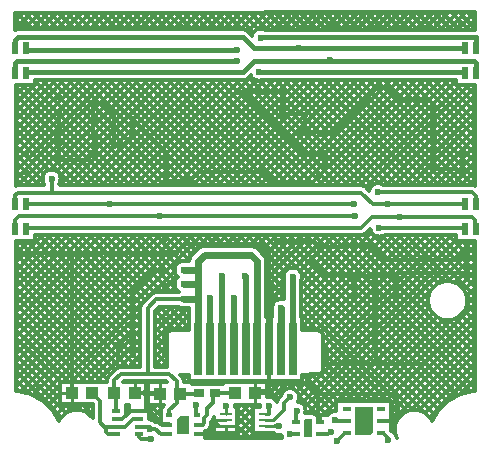
<source format=gbr>
G04 DipTrace 3.2.0.1*
G04 Top.gbr*
%MOMM*%
G04 #@! TF.FileFunction,Copper,L1,Top*
G04 #@! TF.Part,Single*
%AMOUTLINE0*
4,1,5,
-0.75,1.2,
0.75,1.2,
0.75,-0.95,
0.5,-1.2,
-0.75,-1.2,
-0.75,1.2,
0*%
%AMOUTLINE3*
4,1,5,
0.525,0.75,
0.525,-0.75,
-0.525,-0.75,
-0.525,0.45,
-0.225,0.75,
0.525,0.75,
0*%
%AMOUTLINE6*
4,1,5,
0.35,0.8,
0.35,-0.8,
-0.35,-0.8,
-0.35,0.6,
-0.15,0.8,
0.35,0.8,
0*%
G04 #@! TA.AperFunction,CopperBalancing*
%ADD10C,0.25*%
G04 #@! TA.AperFunction,Conductor*
%ADD15C,0.5*%
G04 #@! TA.AperFunction,CopperBalancing*
%ADD16C,0.3*%
G04 #@! TA.AperFunction,ViaPad*
%ADD17C,0.6*%
G04 #@! TA.AperFunction,Conductor*
%ADD19C,0.4*%
%ADD21R,1.1X1.0*%
%ADD25R,0.9X0.7*%
%ADD27R,0.7X4.5*%
%ADD29R,0.6X1.0*%
%ADD30R,0.8X0.4*%
%ADD33R,0.7X0.35*%
%ADD35R,1.0X0.25*%
%ADD38R,0.55X0.4*%
%ADD67OUTLINE0*%
%ADD70OUTLINE3*%
%ADD73OUTLINE6*%
%FSLAX35Y35*%
G04*
G71*
G90*
G75*
G01*
G04 Top*
%LPD*%
X400000Y-1560000D2*
D15*
Y-947000D1*
X0Y-1560000D2*
Y-944000D1*
X-1000D1*
X-100000Y-1560000D2*
Y-1127000D1*
X-98000D1*
X-200000Y-1560000D2*
Y-946000D1*
D16*
X-201000Y-945000D1*
X-300000Y-1560000D2*
D15*
Y-1128000D1*
D16*
X-301000Y-1127000D1*
X-400000Y-1560000D2*
D17*
Y-1140000D1*
Y-1008000D1*
Y-889000D1*
Y-817000D1*
X-346000Y-763000D1*
X45000D1*
X100000Y-818000D1*
Y-1560000D1*
X-523000Y-889000D2*
X-400000D1*
X-524000Y-1008000D2*
X-400000D1*
X-522000Y-1140000D2*
X-400000D1*
X1950000Y775000D2*
D19*
Y862000D1*
X1931000Y881000D1*
X713000D1*
X74000D1*
X-24000Y783000D1*
X-1852000D1*
X-1860000Y775000D1*
X713000Y887000D2*
Y881000D1*
X-1860000Y-545000D2*
D16*
Y-533000D1*
X981000D1*
X1073000Y-441000D1*
X1310000D1*
X1917000D1*
X1945000Y-469000D1*
Y-540000D1*
X1950000Y-545000D1*
X1310000Y-438000D2*
Y-441000D1*
X855000Y-2170000D2*
X763000D1*
X756000Y-2163000D1*
X430000Y-2180000D2*
Y-2083000D1*
X432000Y-2081000D1*
X-645000Y-2120000D2*
Y-2077000D1*
X-584000Y-2016000D1*
Y-1969000D1*
X-553000Y-1938000D1*
X-1097500Y-2087500D2*
Y-1948500D1*
X-1110000Y-1936000D1*
Y-1826000D1*
X-1056000Y-1772000D1*
X-829000D1*
X-646000D1*
X-584000Y-1834000D1*
Y-1907000D1*
X-553000Y-1938000D1*
X-522000Y-1140000D2*
X-756000D1*
X-829000Y-1213000D1*
Y-1772000D1*
X-553000Y-1938000D2*
X-395000D1*
X-390000Y-1933000D1*
X-168000Y-2109000D2*
D10*
Y-2062500D1*
D16*
X-165000D1*
Y-2045000D1*
X198000Y-996000D2*
D17*
Y-1116000D1*
D16*
D3*
D17*
X199000Y-1229000D1*
X200000Y-1560000D2*
Y-1229000D1*
X199000D1*
X198000Y-996000D2*
D16*
Y-733000D1*
X135000Y-670000D1*
X-512000D1*
X-591000Y-749000D1*
X-686000D1*
X-1473000D1*
X-1924000D1*
X-1473000Y-1932000D2*
Y-749000D1*
X-902500Y-2087500D2*
X-839543D1*
X-811500D1*
X-702000Y-2197000D1*
X-648000D1*
X-645000Y-2200000D1*
X-1097500Y-2152500D2*
X-1044500D1*
X-976000Y-2084000D1*
X-906000D1*
X-902500Y-2087500D1*
X-940000Y-1936000D2*
X-839543D1*
X-725000D1*
X-723000Y-1938000D1*
X-839543Y-2087500D2*
Y-1936000D1*
X-840000D2*
X-839543D1*
X-840000D2*
Y-1861000D1*
X-838000Y-1859000D1*
X-168000Y-2209000D2*
D10*
X-226000D1*
X-269000Y-2166000D1*
Y-2181000D1*
X-247000Y-2159000D1*
X-168000D1*
X-267000Y-2179000D2*
D16*
X-269000Y-2181000D1*
X200000Y-1560000D2*
Y-1855000D1*
Y-1915000D1*
X104000D1*
X84000Y-1935000D1*
X199000Y-1855000D2*
X200000D1*
X-415000Y-2280000D2*
X-321000D1*
X-268000Y-2227000D1*
Y-2180000D1*
X1145000Y-2170000D2*
X1220000D1*
X1280000Y-2110000D1*
Y-2065000D1*
Y-1986000D1*
X1237000Y-1943000D1*
X617000D1*
Y-2168000D1*
X630000Y-2181000D1*
X199000Y-1855000D2*
X529000D1*
X617000Y-1943000D1*
X1282000Y-2065000D2*
X1280000D1*
X-1576000Y314000D2*
Y176000D1*
Y44000D1*
X-1343000D1*
X-1289000Y98000D1*
X-1295000Y511000D2*
Y368000D1*
Y247000D1*
X-1286000Y238000D1*
Y101000D1*
X-1289000Y98000D1*
X-1295000Y511000D2*
X-1181000D1*
X-1112000Y442000D1*
Y310000D1*
X-1113000Y309000D1*
Y161000D1*
X-1114000Y160000D1*
X-1045000D1*
X-955000Y250000D1*
Y391000D2*
Y250000D1*
X-661000Y-140000D2*
X-481000D1*
X-477000Y-136000D1*
X151000Y-57000D2*
X252000Y-158000D1*
X559000D1*
X620000Y-97000D1*
X-60000Y614000D2*
X-25000D1*
X155000Y434000D1*
Y421000D1*
X282000Y294000D1*
X283000D1*
X476000Y101000D1*
X669000D1*
X673000Y97000D1*
Y-44000D1*
X620000Y-97000D1*
X-25000Y614000D2*
X138000D1*
X309000D1*
X313000Y610000D1*
Y434000D1*
X309000Y430000D1*
X497000D1*
X506000Y421000D1*
Y311000D1*
X471000Y276000D1*
X642000D1*
X655000Y263000D1*
X721000D1*
X1121000Y663000D1*
X1195000D1*
X1305000Y553000D1*
X1550000D1*
X1590000Y513000D1*
Y387000D1*
X1595000Y382000D1*
Y241000D1*
Y114000D1*
X1599000Y110000D1*
Y-35000D1*
X1784000D1*
X1832000Y-83000D1*
Y83000D1*
X151000Y-57000D2*
X-398000D1*
X-477000Y-136000D1*
X-661000Y-140000D2*
Y97000D1*
X-955000Y391000D1*
X-1576000Y314000D2*
Y441000D1*
X-1582000Y447000D1*
X-686000Y-1613000D2*
Y-1459000D1*
X-953000Y-1608000D2*
Y-1446000D1*
X-998000D1*
X-1081000Y-1529000D1*
Y-1651000D1*
X-1109000Y-1679000D1*
X-953000Y-1446000D2*
Y-1062000D1*
X-786000Y-895000D1*
X-693000D1*
X-686000Y-902000D1*
X267000Y-647000D2*
X578000D1*
X627000Y-696000D1*
X811000D1*
X820000Y-687000D1*
X1005000D1*
X1025000Y-667000D1*
X1032000D1*
X1175000Y-810000D1*
X1032000Y-667000D2*
X1042000D1*
X1013000Y-696000D1*
X1175000Y-810000D2*
X1799000D1*
X1874000Y-735000D1*
Y-909000D1*
X1879000Y-914000D1*
X1282000D1*
X1259000Y-937000D1*
X1070000D1*
X1066000Y-941000D1*
X894000D1*
X890000Y-937000D1*
X723000D1*
X679000D1*
X578000Y-836000D1*
X916000Y-1126000D2*
Y-963000D1*
X894000Y-941000D1*
X1101000Y-1121000D2*
Y-976000D1*
X1066000Y-941000D1*
X1267000Y-1108000D2*
Y-945000D1*
X1259000Y-937000D1*
X688000Y-1683000D2*
Y-1569000D1*
X692000Y-1565000D1*
X688000Y-1683000D2*
X1101000D1*
X1526000D1*
X1741000Y-1898000D1*
X1101000Y-1121000D2*
Y-1683000D1*
X115000Y788000D2*
D19*
X1847000D1*
X1860000Y775000D1*
X-1950000D2*
Y863000D1*
X-1934000Y879000D1*
X-75000D1*
X-72000Y876000D1*
X923000Y-437000D2*
D16*
X-723000D1*
X-1921000D1*
X-1950000Y-466000D1*
Y-545000D1*
X1132000Y-531000D2*
X1846000D1*
X1860000Y-545000D1*
X-723000Y-437000D2*
D3*
X1860000Y985000D2*
D19*
X452000D1*
X71000D1*
X-24000Y1080000D1*
X-1924000D1*
X-1950000Y1054000D1*
Y985000D1*
X452000Y989000D2*
Y985000D1*
X-1950000Y-335000D2*
D16*
Y-259000D1*
X-1926000Y-235000D1*
X-1643000D1*
X977000D1*
X1077000Y-335000D1*
X1209000D1*
X1860000D1*
X-1643000Y-118000D2*
Y-235000D1*
X-1860000Y985000D2*
D19*
Y969000D1*
X-74000D1*
X129000Y1077000D2*
Y1078000D1*
X1950000D1*
Y985000D1*
Y-335000D2*
D16*
Y-264000D1*
X1918000Y-232000D1*
X1122000D1*
X-1860000Y-335000D2*
X-1144000D1*
Y-334000D1*
X918000D1*
X300000Y-1560000D2*
D17*
Y-1212000D1*
D16*
D3*
X-809000Y-2235000D2*
Y-2217500D1*
X-902500D1*
X286000Y-2213000D2*
X253000D1*
X249000Y-2209000D1*
D10*
X162000D1*
X630000Y-2280000D2*
D16*
X700000D1*
X722000Y-2258000D1*
X1207000Y-2331000D2*
Y-2313000D1*
X1164000Y-2270000D1*
X1145000D1*
X-809000Y-2235000D2*
X-765000D1*
X-717000Y-2283000D1*
X-648000D1*
X-645000Y-2280000D1*
X-902500Y-2282500D2*
Y-2305500D1*
X-885000Y-2323000D1*
X-803000D1*
X380000Y-2281000D2*
Y-2280000D1*
X430000D1*
X776000Y-2335000D2*
X841000Y-2270000D1*
X855000D1*
X197000Y-2041000D2*
Y-2109000D1*
D10*
X162000D1*
X-420000Y-2034000D2*
D16*
Y-2115000D1*
X-415000Y-2120000D1*
X-260000Y-1933000D2*
X-88000D1*
X-86000Y-1935000D1*
X-415000Y-2200000D2*
X-364000D1*
X-350000Y-2186000D1*
Y-2145000D1*
X-323000Y-2118000D1*
Y-2058000D1*
X-279000Y-2014000D1*
Y-1952000D1*
X-260000Y-1933000D1*
X-1097500Y-2217500D2*
X-1020500D1*
X-954000Y-2151000D1*
X-904000D1*
X-902500Y-2152500D1*
X-1097500Y-2217500D2*
X-1185000D1*
Y-2266000D1*
X-1168500Y-2282500D1*
X-1097500D1*
X-1185000Y-2217500D2*
X-1194500D1*
X-1234000Y-2178000D1*
Y-2001000D1*
X-1303000Y-1932000D1*
X162000Y-2159000D2*
D10*
X245000D1*
D16*
X327000Y-2077000D1*
Y-2017000D1*
X377000Y-1967000D1*
D17*
X129000Y1077000D3*
X452000Y989000D3*
X-74000Y969000D3*
X713000Y887000D3*
X-72000Y876000D3*
X115000Y788000D3*
X-1643000Y-118000D3*
X1122000Y-232000D3*
X1209000Y-333000D3*
X-1144000Y-334000D3*
X918000D3*
X-723000Y-437000D3*
X923000D3*
X1310000Y-438000D3*
X1132000Y-531000D3*
X-1924000Y-749000D3*
X-686000D3*
X-591000D3*
X-523000Y-889000D3*
X-1000Y-944000D3*
X-201000Y-945000D3*
X400000Y-947000D3*
X198000Y-996000D3*
X-524000Y-1008000D3*
X198000Y-1116000D3*
X-301000Y-1127000D3*
X-98000D3*
X-522000Y-1140000D3*
X300000Y-1212000D3*
X199000Y-1229000D3*
Y-1855000D3*
X-838000Y-1859000D3*
X-840000Y-1936000D3*
X377000Y-1967000D3*
X-420000Y-2034000D3*
X197000Y-2041000D3*
X-165000Y-2045000D3*
X1282000Y-2065000D3*
X432000Y-2081000D3*
X756000Y-2163000D3*
X-267000Y-2179000D3*
X286000Y-2213000D3*
X-809000Y-2235000D3*
X722000Y-2258000D3*
X380000Y-2281000D3*
X-803000Y-2323000D3*
X1207000Y-2331000D3*
X776000Y-2335000D3*
X-1576000Y575000D3*
X-1582000Y447000D3*
X-1576000Y314000D3*
Y176000D3*
Y44000D3*
X-1295000Y511000D3*
Y368000D3*
X-1286000Y238000D3*
X-1289000Y98000D3*
X-1112000Y442000D3*
X-1113000Y309000D3*
X-1114000Y160000D3*
X-955000Y250000D3*
Y391000D3*
X1590000Y513000D3*
X1595000Y382000D3*
Y241000D3*
X1599000Y110000D3*
Y-35000D3*
X1305000Y553000D3*
X1121000Y663000D3*
X-60000Y614000D3*
X138000D3*
X313000Y610000D3*
X155000Y434000D3*
X309000Y430000D3*
X506000Y421000D3*
X282000Y294000D3*
X471000Y276000D3*
X655000Y263000D3*
X476000Y101000D3*
X673000Y97000D3*
X620000Y-97000D3*
X151000Y-57000D3*
X252000Y-158000D3*
X-477000Y-136000D3*
X-661000Y-140000D3*
X1832000Y83000D3*
Y-83000D3*
X-1859000Y92000D3*
Y-57000D3*
X1121000Y1163000D3*
X923000D3*
X739000D3*
X559000D3*
X1823000Y1189000D3*
X-209000Y1181000D3*
X-363000Y1172000D3*
X-551000D3*
X-1881000Y1189000D3*
X-1763000D3*
X267000Y-647000D3*
X-681000Y-625000D3*
X-686000Y-902000D3*
Y-1029000D3*
X627000Y-696000D3*
X820000Y-687000D3*
X1013000Y-696000D3*
X1175000Y-810000D3*
X1259000Y-937000D3*
X1267000Y-1108000D3*
X1101000Y-1121000D3*
X916000Y-1126000D3*
X1066000Y-941000D3*
X890000Y-937000D3*
X723000D3*
X-686000Y-1310000D3*
Y-1459000D3*
Y-1613000D3*
X-953000Y-1446000D3*
Y-1608000D3*
X-1081000Y-1529000D3*
X-1752000Y-1881000D3*
X1741000Y-1898000D3*
X578000Y-836000D3*
X692000Y-1565000D3*
X688000Y-1683000D3*
X1874000Y-735000D3*
X1879000Y-914000D3*
X-1109000Y-1679000D3*
X-1883327Y1285963D2*
D16*
X-1945790Y1223500D1*
X-1812533Y1286047D2*
X-1945720Y1152860D1*
X-1741780Y1286087D2*
X-1879567Y1148300D1*
X-1673557Y1283603D2*
X-1808857Y1148300D1*
X-1600193Y1286253D2*
X-1738147Y1148300D1*
X-1529400Y1286337D2*
X-1667433Y1148300D1*
X-1458647Y1286377D2*
X-1596723Y1148300D1*
X-1387853Y1286460D2*
X-1526013Y1148300D1*
X-1317060Y1286543D2*
X-1455303Y1148300D1*
X-1926940Y676663D2*
X-1945277Y658327D1*
X-1246267Y1286627D2*
X-1384593Y1148300D1*
X-1856230Y676663D2*
X-1945210Y587683D1*
X-1175513Y1286667D2*
X-1313880Y1148300D1*
X-1747483Y714700D2*
X-1945140Y517043D1*
X-1104720Y1286750D2*
X-1243170Y1148300D1*
X-1676773Y714700D2*
X-1945070Y446400D1*
X-1033927Y1286833D2*
X-1172460Y1148300D1*
X-1606063Y714700D2*
X-1945003Y375760D1*
X-963133Y1286917D2*
X-1101750Y1148300D1*
X-1535353Y714700D2*
X-1944933Y305117D1*
X-892383Y1286957D2*
X-1031040Y1148300D1*
X-1464640Y714700D2*
X-1944907Y234433D1*
X-821590Y1287040D2*
X-960327Y1148300D1*
X-1393930Y714700D2*
X-1944837Y163793D1*
X-750797Y1287123D2*
X-889617Y1148300D1*
X-1323220Y714700D2*
X-1944767Y93150D1*
X-680000Y1287207D2*
X-818907Y1148300D1*
X-1252510Y714700D2*
X-1944697Y22510D1*
X-609250Y1287247D2*
X-748197Y1148300D1*
X-1181800Y714700D2*
X-1944630Y-48133D1*
X-538457Y1287330D2*
X-677487Y1148300D1*
X-1111087Y714700D2*
X-1944560Y-118773D1*
X-467663Y1287413D2*
X-606773Y1148300D1*
X-1040377Y714700D2*
X-1926840Y-171763D1*
X-396870Y1287497D2*
X-536063Y1148300D1*
X-969667Y714700D2*
X-1856047Y-171683D1*
X-326117Y1287537D2*
X-465353Y1148300D1*
X-898957Y714700D2*
X-1654577Y-40923D1*
X-1720097Y-106443D2*
X-1785337Y-171683D1*
X-255323Y1287620D2*
X-394643Y1148300D1*
X-828247Y714700D2*
X-1596710Y-53767D1*
X-184530Y1287703D2*
X-323933Y1148300D1*
X-757533Y714700D2*
X-1567513Y-95280D1*
X-113737Y1287787D2*
X-253220Y1148300D1*
X-686823Y714700D2*
X-1573203Y-171683D1*
X-42983Y1287827D2*
X-182510Y1148300D1*
X-616113Y714700D2*
X-1502493Y-171683D1*
X27810Y1287910D2*
X-111800Y1148300D1*
X-545403Y714700D2*
X-1431783Y-171683D1*
X-1903420Y-643320D2*
X-1944050Y-683947D1*
X98603Y1287993D2*
X-41090Y1148300D1*
X-474693Y714700D2*
X-1361073Y-171683D1*
X-1832710Y-643320D2*
X-1943980Y-754590D1*
X169357Y1288033D2*
X17027Y1135707D1*
X-403980Y714700D2*
X-1290363Y-171683D1*
X-1715017Y-596337D2*
X-1943910Y-825230D1*
X240150Y1288117D2*
X101243Y1149213D1*
X-333270Y714700D2*
X-1219650Y-171683D1*
X-1644303Y-596337D2*
X-1943840Y-895873D1*
X310943Y1288200D2*
X169053Y1146313D1*
X-262560Y714700D2*
X-1148940Y-171683D1*
X-1573593Y-596337D2*
X-1943773Y-966513D1*
X381737Y1288283D2*
X239763Y1146313D1*
X-191850Y714700D2*
X-1078230Y-171683D1*
X-1502883Y-596337D2*
X-1943703Y-1037157D1*
X452487Y1288323D2*
X310477Y1146313D1*
X-121140Y714700D2*
X-1007520Y-171683D1*
X-1432173Y-596337D2*
X-1943633Y-1107797D1*
X523280Y1288407D2*
X381187Y1146313D1*
X-50427Y714700D2*
X-936807Y-171683D1*
X-1361463Y-596337D2*
X-1943567Y-1178440D1*
X594077Y1288490D2*
X451897Y1146313D1*
X49367Y743783D2*
X-866097Y-171683D1*
X-1290750Y-596337D2*
X-1943497Y-1249080D1*
X664870Y1288573D2*
X522607Y1146313D1*
X89627Y713330D2*
X-795387Y-171683D1*
X-1220040Y-596337D2*
X-1943427Y-1319723D1*
X735620Y1288617D2*
X593317Y1146313D1*
X166677Y719670D2*
X-724677Y-171683D1*
X-1149330Y-596337D2*
X-1943357Y-1390363D1*
X806413Y1288697D2*
X664030Y1146313D1*
X237387Y719670D2*
X-653967Y-171683D1*
X-1078620Y-596337D2*
X-1943330Y-1461047D1*
X877207Y1288780D2*
X734740Y1146313D1*
X308097Y719670D2*
X-583253Y-171683D1*
X-1007910Y-596337D2*
X-1943260Y-1531690D1*
X948000Y1288863D2*
X805450Y1146313D1*
X378807Y719670D2*
X-512543Y-171683D1*
X-937197Y-596337D2*
X-1943193Y-1602330D1*
X1018753Y1288907D2*
X876160Y1146313D1*
X449520Y719670D2*
X-441833Y-171683D1*
X-866487Y-596337D2*
X-1943123Y-1672973D1*
X1089547Y1288987D2*
X946873Y1146313D1*
X520230Y719670D2*
X-371123Y-171683D1*
X-795777Y-596337D2*
X-1943053Y-1743613D1*
X1160340Y1289070D2*
X1017583Y1146313D1*
X590940Y719670D2*
X-300413Y-171683D1*
X-725067Y-596337D2*
X-1942987Y-1814257D1*
X1231133Y1289153D2*
X1088293Y1146313D1*
X661650Y719670D2*
X-229700Y-171683D1*
X-654357Y-596337D2*
X-1942917Y-1884897D1*
X1301887Y1289197D2*
X1159003Y1146313D1*
X732360Y719670D2*
X-158990Y-171683D1*
X-583643Y-596337D2*
X-1904317Y-1917007D1*
X1372680Y1289277D2*
X1229713Y1146313D1*
X803073Y719670D2*
X-88280Y-171683D1*
X-512933Y-596337D2*
X-1848273Y-1931673D1*
X1443473Y1289360D2*
X1300427Y1146313D1*
X873783Y719670D2*
X-17570Y-171683D1*
X-442223Y-596337D2*
X-1796080Y-1950193D1*
X1514267Y1289443D2*
X1371137Y1146313D1*
X944493Y719670D2*
X53140Y-171683D1*
X-371513Y-596337D2*
X-1751100Y-1975923D1*
X1585020Y1289487D2*
X1441847Y1146313D1*
X1015203Y719670D2*
X123853Y-171683D1*
X-300800Y-596337D2*
X-515153Y-810690D1*
X-601100Y-896633D2*
X-1538153Y-1833687D1*
X-1576330Y-1871863D2*
X-1707197Y-2002730D1*
X1655813Y1289567D2*
X1512557Y1146313D1*
X1085913Y719670D2*
X194563Y-171683D1*
X-230090Y-596337D2*
X-318450Y-684693D1*
X-578867Y-945110D2*
X-710437Y-1076683D1*
X-892340Y-1258587D2*
X-1467443Y-1833687D1*
X-1576300Y-1942547D2*
X-1671827Y-2038070D1*
X1726607Y1289650D2*
X1583267Y1146313D1*
X1156627Y719670D2*
X265273Y-171683D1*
X-159380Y-596337D2*
X-247737Y-684693D1*
X-598103Y-1035060D2*
X-639727Y-1076683D1*
X-892313Y-1329267D2*
X-1396730Y-1833687D1*
X-1576313Y-2013270D2*
X-1636500Y-2073453D1*
X1797400Y1289733D2*
X1653980Y1146313D1*
X1227337Y719670D2*
X335983Y-171683D1*
X-88670Y-596337D2*
X-177027Y-684693D1*
X-695650Y-1203313D2*
X-765693Y-1273360D1*
X-892327Y-1399993D2*
X-1326020Y-1833687D1*
X-1522673Y-2030340D2*
X-1608670Y-2116337D1*
X1868153Y1289777D2*
X1724690Y1146313D1*
X1298047Y719670D2*
X406693Y-171683D1*
X-17960Y-596337D2*
X-106317Y-684693D1*
X-624937Y-1203313D2*
X-765667Y-1344043D1*
X-892340Y-1470717D2*
X-1255310Y-1833687D1*
X-1451963Y-2030340D2*
X-1527727Y-2106103D1*
X-1563913Y-2142290D2*
X-1582913Y-2161290D1*
X1938947Y1289857D2*
X1795400Y1146313D1*
X1368757Y719670D2*
X477407Y-171683D1*
X52753Y-596337D2*
X-35607Y-684693D1*
X-560153Y-1209240D2*
X-765680Y-1414767D1*
X-892313Y-1541400D2*
X-1059890Y-1708977D1*
X-1173017Y-1822103D2*
X-1188577Y-1837663D1*
X-1381253Y-2030340D2*
X-1423497Y-2072583D1*
X1943857Y1224060D2*
X1866107Y1146310D1*
X1439463Y719667D2*
X548113Y-171687D1*
X123460Y-596340D2*
X35100Y-684697D1*
X-498520Y-1218317D2*
X-765697Y-1485497D1*
X-892330Y-1612130D2*
X-988893Y-1708690D1*
X-1310503Y-2030303D2*
X-1365137Y-2084933D1*
X1510190Y719680D2*
X618837Y-171673D1*
X194183Y-596327D2*
X91530Y-698977D1*
X-478343Y-1268850D2*
X-607180Y-1397687D1*
X-671250Y-1461757D2*
X-765697Y-1556207D1*
X-892330Y-1682840D2*
X-918167Y-1708677D1*
X-1297330Y-2087837D2*
X-1321137Y-2111643D1*
X1580913Y719693D2*
X689560Y-171657D1*
X264907Y-596313D2*
X127617Y-733600D1*
X-483313Y-1344533D2*
X-536580Y-1397797D1*
X-670753Y-1531970D2*
X-765697Y-1626917D1*
X1651597Y719667D2*
X760243Y-171687D1*
X335590Y-596340D2*
X162503Y-769427D1*
X-670257Y-1602187D2*
X-765697Y-1697627D1*
X1722320Y719680D2*
X830970Y-171673D1*
X406317Y-596327D2*
X178330Y-824310D1*
X-669757Y-1672400D2*
X-706037Y-1708677D1*
X1781693Y708340D2*
X901693Y-171657D1*
X477040Y-596313D2*
X178330Y-895020D1*
X-985800Y-2059153D2*
X-1014167Y-2087517D1*
X1820723Y676660D2*
X972377Y-171687D1*
X547723Y-596340D2*
X178330Y-965730D1*
X1891447Y676673D2*
X1023793Y-190980D1*
X618447Y-596327D2*
X178330Y-1036440D1*
X1943693Y658210D2*
X1131433Y-154050D1*
X689170Y-596313D2*
X415613Y-869870D1*
X322870Y-962613D2*
X178330Y-1107153D1*
X-494543Y-1780027D2*
X-524647Y-1810130D1*
X-750840Y-2036323D2*
X-819187Y-2104670D1*
X1943650Y587457D2*
X1187533Y-168660D1*
X759853Y-596340D2*
X460400Y-895793D1*
X326683Y-1029510D2*
X178330Y-1177863D1*
X-720803Y-2076997D2*
X-798553Y-2154747D1*
X1943650Y516747D2*
X1258217Y-168690D1*
X830580Y-596327D2*
X478217Y-948690D1*
X326683Y-1100223D2*
X292643Y-1134263D1*
X222273Y-1204630D2*
X178330Y-1248573D1*
X-406417Y-1833320D2*
X-422763Y-1849670D1*
X-720803Y-2147707D2*
X-746887Y-2173793D1*
X1943610Y445993D2*
X1328940Y-168677D1*
X901303Y-596313D2*
X473327Y-1024287D1*
X221693Y-1275920D2*
X210970Y-1286647D1*
X-335690Y-1833307D2*
X-352083Y-1849697D1*
X1943610Y375283D2*
X1399663Y-168660D1*
X971987Y-596340D2*
X473327Y-1095000D1*
X-265007Y-1833333D2*
X-281357Y-1849683D1*
X1943567Y304530D2*
X1470347Y-168690D1*
X1065373Y-573663D2*
X473327Y-1165710D1*
X-194283Y-1833320D2*
X-210633Y-1849670D1*
X1943567Y233820D2*
X1541073Y-168677D1*
X1104693Y-605053D2*
X473327Y-1236420D1*
X1943527Y163070D2*
X1611797Y-168660D1*
X1186150Y-594310D2*
X483313Y-1297147D1*
X1943487Y92317D2*
X1682480Y-168690D1*
X1256833Y-594337D2*
X483313Y-1367857D1*
X1943487Y21607D2*
X1753203Y-168677D1*
X1327557Y-594323D2*
X522340Y-1399537D1*
X-266333Y-2188213D2*
X-299547Y-2221427D1*
X1943443Y-49147D2*
X1823930Y-168660D1*
X1398280Y-594310D2*
X592940Y-1399650D1*
X-40737Y-2033327D2*
X-69680Y-2062270D1*
X-266333Y-2258923D2*
X-320303Y-2312893D1*
X1943443Y-119857D2*
X1894613Y-168690D1*
X1468963Y-594337D2*
X648420Y-1414883D1*
X229980Y-1833320D2*
X187323Y-1875980D1*
X29987Y-2033313D2*
X-69680Y-2132983D1*
X-206507Y-2269807D2*
X-249580Y-2312880D1*
X1539690Y-594323D2*
X660310Y-1473700D1*
X300703Y-1833307D2*
X187323Y-1946690D1*
X100670Y-2033340D2*
X85813Y-2048197D1*
X63673Y-2070340D2*
X-69680Y-2203693D1*
X-135823Y-2269833D2*
X-178853Y-2312867D1*
X1610413Y-594310D2*
X660310Y-1544413D1*
X371387Y-1833333D2*
X233727Y-1970997D1*
X63673Y-2141050D2*
X-108170Y-2312893D1*
X1681097Y-594337D2*
X660310Y-1615123D1*
X497840Y-1777593D2*
X483313Y-1792120D1*
X442113Y-1833320D2*
X386403Y-1889030D1*
X63673Y-2211760D2*
X-37447Y-2312880D1*
X1751820Y-594323D2*
X660310Y-1685833D1*
X568730Y-1777413D2*
X434050Y-1912093D1*
X76310Y-2269833D2*
X33277Y-2312867D1*
X1781693Y-635160D2*
X455263Y-1961590D1*
X147033Y-2269820D2*
X103960Y-2312893D1*
X1844257Y-643310D2*
X473783Y-2013783D1*
X217757Y-2269807D2*
X174687Y-2312880D1*
X1914940Y-643337D2*
X505643Y-2052630D1*
X268513Y-2289763D2*
X245410Y-2312867D1*
X1943277Y-685710D2*
X1614657Y-1014330D1*
X1574327Y-1054660D2*
X527313Y-2101673D1*
X1943237Y-756460D2*
X1717077Y-982620D1*
X1542630Y-1157067D2*
X591243Y-2108453D1*
X1943237Y-827170D2*
X1775330Y-995080D1*
X1555100Y-1215307D2*
X655213Y-2115193D1*
X1943197Y-897923D2*
X1819207Y-1021913D1*
X1581907Y-1259210D2*
X839420Y-2001697D1*
X1943197Y-968633D2*
X1852020Y-1059810D1*
X1619777Y-1292053D2*
X910147Y-2001683D1*
X1943153Y-1039387D2*
X1872943Y-1109597D1*
X1669577Y-1312963D2*
X980870Y-2001670D1*
X1943153Y-1110097D2*
X1874560Y-1178690D1*
X1738687Y-1314563D2*
X1051553Y-2001697D1*
X1943113Y-1180850D2*
X1122277Y-2001683D1*
X1943070Y-1251600D2*
X1193003Y-2001670D1*
X1943070Y-1322310D2*
X1233317Y-2032067D1*
X1943030Y-1393063D2*
X1233317Y-2102777D1*
X1943030Y-1463773D2*
X1233317Y-2173490D1*
X1942987Y-1534527D2*
X1402233Y-2075280D1*
X1265283Y-2212230D2*
X1233317Y-2244200D1*
X1942987Y-1605237D2*
X1471053Y-2077173D1*
X1942947Y-1675990D2*
X1520687Y-2098247D1*
X1942947Y-1746700D2*
X1558433Y-2131213D1*
X1942907Y-1817453D2*
X1820283Y-1940073D1*
X1942907Y-1888163D2*
X1915990Y-1915077D1*
X1877513Y1289777D2*
X1943873Y1223417D1*
X1806843Y1289733D2*
X1943843Y1152733D1*
X1736217Y1289650D2*
X1879557Y1146313D1*
X1665590Y1289567D2*
X1808843Y1146313D1*
X1594960Y1289487D2*
X1738133Y1146313D1*
X1524293Y1289443D2*
X1667423Y1146313D1*
X1453663Y1289360D2*
X1596713Y1146313D1*
X1383037Y1289277D2*
X1526003Y1146313D1*
X1312410Y1289197D2*
X1455290Y1146313D1*
X1924940Y676663D2*
X1943693Y657910D1*
X1241740Y1289153D2*
X1384580Y1146313D1*
X1854230Y676663D2*
X1943663Y587230D1*
X1171113Y1289070D2*
X1313870Y1146313D1*
X1740513Y719670D2*
X1943637Y516547D1*
X1100483Y1288987D2*
X1243160Y1146313D1*
X1669800Y719670D2*
X1943610Y445863D1*
X1029813Y1288947D2*
X1172450Y1146313D1*
X1599090Y719670D2*
X1943583Y375180D1*
X959187Y1288863D2*
X1101737Y1146313D1*
X1528380Y719670D2*
X1943553Y304497D1*
X888560Y1288780D2*
X1031027Y1146313D1*
X1457670Y719670D2*
X1943567Y233773D1*
X817930Y1288697D2*
X960317Y1146313D1*
X1386960Y719670D2*
X1943540Y163090D1*
X747263Y1288657D2*
X889607Y1146313D1*
X1316247Y719670D2*
X1943513Y92407D1*
X676633Y1288573D2*
X818897Y1146313D1*
X1245537Y719670D2*
X1943487Y21723D1*
X606007Y1288490D2*
X748183Y1146313D1*
X1174827Y719670D2*
X1943457Y-48960D1*
X535380Y1288407D2*
X677473Y1146313D1*
X1104117Y719670D2*
X1943430Y-119643D1*
X464710Y1288367D2*
X606763Y1146313D1*
X1033407Y719670D2*
X1922063Y-168990D1*
X394080Y1288283D2*
X536053Y1146313D1*
X962693Y719670D2*
X1851063Y-168700D1*
X323453Y1288200D2*
X465343Y1146313D1*
X891983Y719670D2*
X1780353Y-168700D1*
X252827Y1288117D2*
X394630Y1146313D1*
X821273Y719670D2*
X1709643Y-168700D1*
X182157Y1288077D2*
X323920Y1146313D1*
X750563Y719670D2*
X1638933Y-168700D1*
X111530Y1287993D2*
X253210Y1146313D1*
X679853Y719670D2*
X1568220Y-168700D1*
X40900Y1287910D2*
X182500Y1146313D1*
X609140Y719670D2*
X1497510Y-168700D1*
X-29727Y1287827D2*
X105780Y1152320D1*
X538430Y719670D2*
X1426800Y-168700D1*
X1901420Y-643320D2*
X1943250Y-685150D1*
X-100397Y1287787D2*
X64487Y1122903D1*
X467720Y719670D2*
X1356090Y-168700D1*
X1830710Y-643320D2*
X1943223Y-755833D1*
X-171023Y1287703D2*
X-31620Y1148300D1*
X397010Y719670D2*
X1285380Y-168700D1*
X1710987Y-594307D2*
X1943237Y-826557D1*
X-241650Y1287620D2*
X-102333Y1148300D1*
X326300Y719670D2*
X1214667Y-168700D1*
X1640273Y-594307D2*
X1943210Y-897240D1*
X-312320Y1287580D2*
X-173043Y1148300D1*
X255587Y719670D2*
X1129540Y-154280D1*
X1569563Y-594307D2*
X1943180Y-967923D1*
X-382950Y1287497D2*
X-243753Y1148300D1*
X184877Y719670D2*
X1073743Y-169197D1*
X1498853Y-594307D2*
X1943153Y-1038607D1*
X-453577Y1287413D2*
X-314463Y1148300D1*
X123863Y709977D2*
X1045833Y-211997D1*
X1428143Y-594307D2*
X1943127Y-1109290D1*
X-524203Y1287330D2*
X-385173Y1148300D1*
X27007Y736120D2*
X934807Y-171683D1*
X1357430Y-594307D2*
X1751557Y-988433D1*
X1871603Y-1108477D2*
X1943100Y-1179973D1*
X-594873Y1287290D2*
X-455887Y1148300D1*
X-22283Y714700D2*
X864097Y-171683D1*
X1286720Y-594307D2*
X1677740Y-985323D1*
X1874683Y-1182267D2*
X1943070Y-1250657D1*
X-665500Y1287207D2*
X-526597Y1148300D1*
X-92993Y714700D2*
X793387Y-171683D1*
X1216010Y-594307D2*
X1625963Y-1004260D1*
X1855720Y-1234017D2*
X1943083Y-1321380D1*
X-736130Y1287123D2*
X-597307Y1148300D1*
X-163703Y714700D2*
X722677Y-171683D1*
X1156860Y-605863D2*
X1586533Y-1035540D1*
X1824453Y-1273460D2*
X1943057Y-1392063D1*
X-806757Y1287040D2*
X-668017Y1148300D1*
X-234413Y714700D2*
X651967Y-171683D1*
X1042520Y-562237D2*
X1558127Y-1077843D1*
X1782167Y-1301883D2*
X1943030Y-1462747D1*
X-877427Y1287000D2*
X-738730Y1148300D1*
X-305127Y714700D2*
X581253Y-171683D1*
X1002677Y-593103D2*
X1543183Y-1133610D1*
X1726410Y-1316840D2*
X1943003Y-1533430D1*
X-948053Y1286917D2*
X-809440Y1148300D1*
X-375837Y714700D2*
X510543Y-171683D1*
X935197Y-596337D2*
X1559353Y-1220493D1*
X1639543Y-1300680D2*
X1942973Y-1604113D1*
X-1018683Y1286833D2*
X-880150Y1148300D1*
X-446547Y714700D2*
X439833Y-171683D1*
X864487Y-596337D2*
X1942947Y-1674793D1*
X-1089310Y1286750D2*
X-950860Y1148300D1*
X-517257Y714700D2*
X369123Y-171683D1*
X793777Y-596337D2*
X1942920Y-1745477D1*
X-1159980Y1286710D2*
X-1021570Y1148300D1*
X-587967Y714700D2*
X298413Y-171683D1*
X723067Y-596337D2*
X1942933Y-1816203D1*
X-1230607Y1286627D2*
X-1092283Y1148300D1*
X-658680Y714700D2*
X227700Y-171683D1*
X652357Y-596337D2*
X1942907Y-1886887D1*
X-1301233Y1286543D2*
X-1162993Y1148300D1*
X-729390Y714700D2*
X156990Y-171683D1*
X581643Y-596337D2*
X1902730Y-1917420D1*
X-1371863Y1286460D2*
X-1233703Y1148300D1*
X-800100Y714700D2*
X86280Y-171683D1*
X510933Y-596337D2*
X1846687Y-1932087D1*
X-1442530Y1286420D2*
X-1304413Y1148300D1*
X-870810Y714700D2*
X15570Y-171683D1*
X440223Y-596337D2*
X1794787Y-1950897D1*
X-1513160Y1286337D2*
X-1375123Y1148300D1*
X-941520Y714700D2*
X-55140Y-171683D1*
X369513Y-596337D2*
X1749847Y-1976670D1*
X-1583787Y1286253D2*
X-1445837Y1148300D1*
X-1012233Y714700D2*
X-125853Y-171683D1*
X298800Y-596337D2*
X1706190Y-2003723D1*
X-1654250Y1286003D2*
X-1516547Y1148300D1*
X-1082943Y714700D2*
X-196563Y-171683D1*
X228090Y-596337D2*
X1670863Y-2039107D1*
X-1725083Y1286130D2*
X-1587257Y1148300D1*
X-1153653Y714700D2*
X-267273Y-171683D1*
X157380Y-596337D2*
X1635493Y-2074450D1*
X-1795713Y1286047D2*
X-1657967Y1148300D1*
X-1224363Y714700D2*
X-337983Y-171683D1*
X86670Y-596337D2*
X365987Y-875653D1*
X473313Y-982980D2*
X1607953Y-2117620D1*
X-1866340Y1285963D2*
X-1728677Y1148300D1*
X-1295077Y714700D2*
X-408693Y-171683D1*
X15960Y-596337D2*
X329957Y-910333D1*
X473327Y-1053703D2*
X1520630Y-2101007D1*
X1568957Y-2149333D2*
X1582203Y-2162580D1*
X-1937010Y1285923D2*
X-1799390Y1148300D1*
X-1365787Y714700D2*
X-479407Y-171683D1*
X-54753Y-596337D2*
X33607Y-684693D1*
X178303Y-829390D2*
X326697Y-977783D1*
X473340Y-1124427D2*
X1421580Y-2072667D1*
X-1945817Y1224020D2*
X-1870137Y1148340D1*
X-1436493Y714693D2*
X-550113Y-171687D1*
X-125460Y-596340D2*
X-37100Y-684697D1*
X178320Y-900120D2*
X326673Y-1048470D1*
X473317Y-1195117D2*
X1363717Y-2085513D1*
X-1507177Y714667D2*
X-620837Y-171673D1*
X-196183Y-596327D2*
X-107827Y-684683D1*
X178320Y-970830D2*
X326673Y-1119180D1*
X473317Y-1265827D2*
X607167Y-1399677D1*
X660340Y-1452850D2*
X1209177Y-2001683D1*
X1233307Y-2025813D2*
X1320047Y-2112557D1*
X-1577900Y714680D2*
X-691560Y-171657D1*
X-266907Y-596313D2*
X-178550Y-684670D1*
X178320Y-1041540D2*
X274220Y-1137440D1*
X483303Y-1346523D2*
X536360Y-1399580D1*
X660340Y-1523560D2*
X1138450Y-2001670D1*
X1233307Y-2096523D2*
X1287440Y-2150660D1*
X-1648623Y714693D2*
X-762243Y-171687D1*
X-337590Y-596340D2*
X-249233Y-684697D1*
X178320Y-1112250D2*
X234157Y-1168087D1*
X660340Y-1594270D2*
X1067767Y-2001697D1*
X1233307Y-2167237D2*
X1266767Y-2200697D1*
X-1719307Y714667D2*
X-832970Y-171673D1*
X-408317Y-596327D2*
X-319957Y-684683D1*
X178320Y-1182963D2*
X221683Y-1226323D1*
X660340Y-1664983D2*
X997043Y-2001683D1*
X1233307Y-2237947D2*
X1265770Y-2270413D1*
X-1781663Y706310D2*
X-903693Y-171657D1*
X-479040Y-596313D2*
X-382477Y-692873D1*
X178320Y-1253673D2*
X211327Y-1286677D1*
X660133Y-1735487D2*
X926320Y-2001670D1*
X-1822723Y676660D2*
X-974377Y-171687D1*
X-549723Y-596340D2*
X-420553Y-725507D1*
X628853Y-1774917D2*
X855637Y-2001697D1*
X-1893447Y676673D2*
X-1045100Y-171673D1*
X-620447Y-596327D2*
X-455897Y-760877D1*
X560697Y-1777470D2*
X784910Y-2001683D1*
X-1945277Y657793D2*
X-1115827Y-171657D1*
X-691170Y-596313D2*
X-478103Y-809380D1*
X490140Y-1777623D2*
X766680Y-2054163D1*
X-1945237Y587043D2*
X-1186507Y-171687D1*
X-761853Y-596340D2*
X-544890Y-813303D1*
X475140Y-1833333D2*
X730263Y-2088457D1*
X-1945153Y516250D2*
X-1257233Y-171673D1*
X-832580Y-596327D2*
X-586780Y-842127D1*
X404417Y-1833320D2*
X686260Y-2115167D1*
X-1945070Y445457D2*
X-1327957Y-171657D1*
X-903303Y-596313D2*
X-600287Y-899330D1*
X333690Y-1833307D2*
X390727Y-1890343D1*
X453637Y-1953253D2*
X615580Y-2115193D1*
X-1945030Y374703D2*
X-1398640Y-171687D1*
X-973987Y-596340D2*
X-595647Y-974680D1*
X263007Y-1833333D2*
X331727Y-1902053D1*
X510273Y-2080600D2*
X531347Y-2101673D1*
X-1944947Y303910D2*
X-1469363Y-171673D1*
X-1044710Y-596327D2*
X-566477Y-1074560D1*
X192283Y-1833320D2*
X301897Y-1942933D1*
X-1944907Y233157D2*
X-1668403Y-43343D1*
X-1568330Y-143417D2*
X-1540090Y-171657D1*
X-1115437Y-596313D2*
X-635090Y-1076657D1*
X-493417Y-1218330D2*
X-478310Y-1233437D1*
X187313Y-1899060D2*
X272107Y-1983853D1*
X-1944823Y162363D2*
X-1708633Y-73823D1*
X-1186120Y-596340D2*
X-705773Y-1076687D1*
X-579140Y-1203320D2*
X-483323Y-1299133D1*
X-1944740Y91570D2*
X-1719117Y-134053D1*
X-1256843Y-596327D2*
X-774300Y-1078867D1*
X-649863Y-1203307D2*
X-483323Y-1369847D1*
X-1944697Y20820D2*
X-1752220Y-171657D1*
X-1327567Y-596313D2*
X-815320Y-1108560D1*
X-720547Y-1203333D2*
X-526040Y-1397840D1*
X-1944617Y-49977D2*
X-1822903Y-171687D1*
X-1398250Y-596340D2*
X-850700Y-1143890D1*
X-759907Y-1234683D2*
X-596847Y-1397743D1*
X38737Y-2033327D2*
X63663Y-2058253D1*
X-1944573Y-120727D2*
X-1893630Y-171673D1*
X-1468977Y-596327D2*
X-884470Y-1180833D1*
X-765667Y-1299633D2*
X-655887Y-1409413D1*
X-231980Y-1833320D2*
X-215630Y-1849670D1*
X-31987Y-2033313D2*
X63663Y-2128963D1*
X204507Y-2269807D2*
X247580Y-2312880D1*
X-1539700Y-596313D2*
X-892340Y-1243670D1*
X-765667Y-1370347D2*
X-671177Y-1464837D1*
X-302703Y-1833307D2*
X-286313Y-1849697D1*
X-69690Y-2066320D2*
X63663Y-2199673D1*
X133823Y-2269833D2*
X176853Y-2312867D1*
X-1610383Y-596340D2*
X-892340Y-1314380D1*
X-765667Y-1441057D2*
X-670680Y-1536043D1*
X-373387Y-1833333D2*
X-357040Y-1849683D1*
X-69690Y-2137030D2*
X106170Y-2312893D1*
X-1681107Y-596327D2*
X-892340Y-1385093D1*
X-765667Y-1511767D2*
X-670183Y-1607250D1*
X-497393Y-1780040D2*
X-483323Y-1794110D1*
X-444113Y-1833320D2*
X-427763Y-1849670D1*
X-69690Y-2207743D2*
X35447Y-2312880D1*
X-1751833Y-596313D2*
X-892340Y-1455803D1*
X-765667Y-1582477D2*
X-669683Y-1678460D1*
X-521383Y-1826760D2*
X-508433Y-1839710D1*
X-78310Y-2269833D2*
X-35277Y-2312867D1*
X-1781663Y-637190D2*
X-892340Y-1526513D1*
X-765667Y-1653187D2*
X-710163Y-1708690D1*
X-149033Y-2269820D2*
X-105960Y-2312893D1*
X-1846257Y-643310D2*
X-892340Y-1597223D1*
X-288163Y-2201403D2*
X-266303Y-2223263D1*
X-219757Y-2269807D2*
X-176687Y-2312880D1*
X-1916940Y-643337D2*
X-892340Y-1667933D1*
X-316750Y-2243527D2*
X-247410Y-2312867D1*
X-1944033Y-686950D2*
X-922297Y-1708690D1*
X-339163Y-2291820D2*
X-318093Y-2312893D1*
X-1943953Y-757743D2*
X-993020Y-1708677D1*
X-1943910Y-828497D2*
X-1063497Y-1708910D1*
X-736083Y-2036323D2*
X-720760Y-2051647D1*
X-1943827Y-899290D2*
X-1108947Y-1734170D1*
X-806810Y-2036310D2*
X-720813Y-2122307D1*
X-1943787Y-970043D2*
X-1144330Y-1769500D1*
X-819197Y-2094633D2*
X-728063Y-2185767D1*
X-1943703Y-1040837D2*
X-1172213Y-1812327D1*
X-1943620Y-1111630D2*
X-1221560Y-1833690D1*
X-1014177Y-2041073D2*
X-985810Y-2069440D1*
X-1943580Y-1182383D2*
X-1292283Y-1833677D1*
X-1943497Y-1253177D2*
X-1363010Y-1833663D1*
X-1943453Y-1323927D2*
X-1433693Y-1833690D1*
X-1943373Y-1394720D2*
X-1504417Y-1833677D1*
X-1943330Y-1465473D2*
X-1575140Y-1833663D1*
X-1378487Y-2030317D2*
X-1297340Y-2111463D1*
X-1943247Y-1536267D2*
X-1576300Y-1903213D1*
X-1449213Y-2030303D2*
X-1404690Y-2074827D1*
X-1943163Y-1607060D2*
X-1576300Y-1973923D1*
X-1519897Y-2030330D2*
X-1472637Y-2077587D1*
X-1943123Y-1677813D2*
X-1521900Y-2099037D1*
X-1943040Y-1748607D2*
X-1559357Y-2132290D1*
X-1943000Y-1819357D2*
X-1822987Y-1939370D1*
X-1942917Y-1890150D2*
X-1918697Y-1914373D1*
X-1571200Y-1835800D2*
X-1201800D1*
Y-1839843D1*
X-1171180Y-1839800D1*
X-1171010Y-1821197D1*
X-1169510Y-1811713D1*
X-1166540Y-1802580D1*
X-1162183Y-1794023D1*
X-1156537Y-1786253D1*
X-1099277Y-1728723D1*
X-1091973Y-1722487D1*
X-1083783Y-1717470D1*
X-1074913Y-1713797D1*
X-1065573Y-1711553D1*
X-1056000Y-1710800D1*
X-890237D1*
X-890010Y-1208197D1*
X-888510Y-1198713D1*
X-885543Y-1189580D1*
X-881183Y-1181023D1*
X-875537Y-1173253D1*
X-819243Y-1116693D1*
X-795747Y-1093463D1*
X-787977Y-1087817D1*
X-779420Y-1083457D1*
X-770287Y-1080490D1*
X-760803Y-1078990D1*
X-681000Y-1078800D1*
X-567387D1*
X-561793Y-1075017D1*
X-563813Y-1072970D1*
X-573487Y-1065943D1*
X-581943Y-1057487D1*
X-588970Y-1047813D1*
X-594400Y-1037160D1*
X-598093Y-1025790D1*
X-599967Y-1013980D1*
Y-1002020D1*
X-598093Y-990210D1*
X-594400Y-978840D1*
X-588970Y-968187D1*
X-581943Y-958513D1*
X-573470Y-950043D1*
X-572487Y-946943D1*
X-580943Y-938487D1*
X-587970Y-928813D1*
X-593400Y-918160D1*
X-597093Y-906790D1*
X-598967Y-894980D1*
Y-883020D1*
X-597093Y-871210D1*
X-593400Y-859840D1*
X-587970Y-849187D1*
X-580943Y-839513D1*
X-572487Y-831057D1*
X-562813Y-824030D1*
X-552160Y-818600D1*
X-540790Y-814907D1*
X-528980Y-813033D1*
X-476067Y-812800D1*
X-475263Y-805080D1*
X-472470Y-793453D1*
X-467893Y-782407D1*
X-461647Y-772210D1*
X-453883Y-763117D1*
X-395487Y-705057D1*
X-385813Y-698030D1*
X-375160Y-692600D1*
X-363790Y-688907D1*
X-351980Y-687033D1*
X-301000Y-686800D1*
X50980Y-687033D1*
X62790Y-688907D1*
X74160Y-692600D1*
X84813Y-698030D1*
X94487Y-705057D1*
X130700Y-740937D1*
X157943Y-768513D1*
X164970Y-778187D1*
X170400Y-788840D1*
X174093Y-800210D1*
X175967Y-812020D1*
X176200Y-863000D1*
Y-1288800D1*
X223790D1*
X224033Y-1206020D1*
X225907Y-1194210D1*
X229600Y-1182840D1*
X235030Y-1172187D1*
X242057Y-1162513D1*
X250513Y-1154057D1*
X260187Y-1147030D1*
X270840Y-1141600D1*
X282210Y-1137907D1*
X294020Y-1136033D1*
X305980D1*
X317790Y-1137907D1*
X323570Y-1139537D1*
X328800Y-1140000D1*
Y-974120D1*
X325907Y-964790D1*
X324033Y-952980D1*
Y-941020D1*
X325907Y-929210D1*
X329600Y-917840D1*
X335030Y-907187D1*
X342057Y-897513D1*
X350513Y-889057D1*
X360187Y-882030D1*
X370840Y-876600D1*
X382210Y-872907D1*
X394020Y-871033D1*
X405980D1*
X417790Y-872907D1*
X429160Y-876600D1*
X439813Y-882030D1*
X449487Y-889057D1*
X457943Y-897513D1*
X464970Y-907187D1*
X470400Y-917840D1*
X474093Y-929210D1*
X475967Y-941020D1*
Y-952980D1*
X474093Y-964790D1*
X471200Y-973990D1*
Y-1288777D1*
X481200Y-1288800D1*
Y-1401593D1*
X615700Y-1401947D1*
X622857Y-1403093D1*
X629750Y-1405347D1*
X636203Y-1408647D1*
X642060Y-1412917D1*
X647180Y-1418053D1*
X651430Y-1423923D1*
X654713Y-1430390D1*
X656940Y-1437287D1*
X658063Y-1444463D1*
X658200Y-1729000D1*
X657630Y-1736227D1*
X655940Y-1743277D1*
X653163Y-1749973D1*
X649377Y-1756157D1*
X644670Y-1761670D1*
X639157Y-1766377D1*
X632973Y-1770163D1*
X626277Y-1772940D1*
X619227Y-1774630D1*
X597113Y-1775237D1*
X481157Y-1775520D1*
X481200Y-1831200D1*
X-118820D1*
X-481200D1*
Y-1777823D1*
X-553373Y-1778037D1*
X-537463Y-1794253D1*
X-531817Y-1802023D1*
X-527460Y-1810580D1*
X-524490Y-1819713D1*
X-522990Y-1829197D1*
X-522800Y-1841793D1*
X-451800Y-1841800D1*
Y-1851820D1*
X-187197Y-1851800D1*
X-187200Y-1838800D1*
X185200D1*
Y-1965727D1*
X197000Y-1964800D1*
X208920Y-1965737D1*
X220547Y-1968530D1*
X231593Y-1973107D1*
X241790Y-1979353D1*
X250880Y-1987120D1*
X258647Y-1996210D1*
X264893Y-2006407D1*
X266273Y-2009400D1*
X268797Y-1998087D1*
X272470Y-1989217D1*
X277487Y-1981027D1*
X283723Y-1973723D1*
X301667Y-1955783D1*
X304530Y-1943453D1*
X309107Y-1932407D1*
X315353Y-1922210D1*
X323120Y-1913120D1*
X332210Y-1905353D1*
X342407Y-1899107D1*
X353453Y-1894530D1*
X365080Y-1891737D1*
X377000Y-1890800D1*
X388920Y-1891737D1*
X400547Y-1894530D1*
X411593Y-1899107D1*
X421790Y-1905353D1*
X430880Y-1913120D1*
X438647Y-1922210D1*
X444893Y-1932407D1*
X449470Y-1943453D1*
X452263Y-1955080D1*
X453200Y-1967000D1*
X452263Y-1978920D1*
X449470Y-1990547D1*
X444893Y-2001593D1*
X442667Y-2005570D1*
X455547Y-2008530D1*
X466593Y-2013107D1*
X476790Y-2019353D1*
X485880Y-2027120D1*
X493647Y-2036210D1*
X499893Y-2046407D1*
X504470Y-2057453D1*
X507263Y-2069080D1*
X508200Y-2081000D1*
X507263Y-2092920D1*
X504283Y-2105050D1*
X511377Y-2103943D1*
X565000Y-2103800D1*
X572227Y-2104370D1*
X579277Y-2106060D1*
X585973Y-2108837D1*
X592157Y-2112623D1*
X595013Y-2114880D1*
X599800Y-2117300D1*
X695017D1*
X702120Y-2109120D1*
X711210Y-2101353D1*
X721407Y-2095107D1*
X732453Y-2090530D1*
X744080Y-2087737D1*
X756000Y-2086800D1*
X768813Y-2087917D1*
X768800Y-2003800D1*
X1231200D1*
Y-2250617D1*
X1246813Y-2266030D1*
X1256487Y-2273057D1*
X1264943Y-2281513D1*
X1271970Y-2291187D1*
X1274037Y-2294877D1*
X1269233Y-2278597D1*
X1266703Y-2265863D1*
X1265177Y-2252973D1*
X1264667Y-2240000D1*
X1265177Y-2227027D1*
X1266703Y-2214137D1*
X1269233Y-2201403D1*
X1272760Y-2188910D1*
X1277253Y-2176730D1*
X1282687Y-2164940D1*
X1289030Y-2153613D1*
X1296243Y-2142820D1*
X1304280Y-2132623D1*
X1313093Y-2123093D1*
X1322623Y-2114280D1*
X1332820Y-2106243D1*
X1343613Y-2099030D1*
X1354940Y-2092687D1*
X1366730Y-2087253D1*
X1378910Y-2082760D1*
X1391403Y-2079233D1*
X1404137Y-2076703D1*
X1417027Y-2075177D1*
X1430000Y-2074667D1*
X1442973Y-2075177D1*
X1455863Y-2076703D1*
X1468597Y-2079233D1*
X1481090Y-2082760D1*
X1493270Y-2087253D1*
X1505060Y-2092687D1*
X1516387Y-2099030D1*
X1527180Y-2106243D1*
X1537377Y-2114280D1*
X1546907Y-2123093D1*
X1555720Y-2132623D1*
X1563757Y-2142820D1*
X1570970Y-2153613D1*
X1580350Y-2171527D1*
X1631670Y-2082563D1*
X1713493Y-2000940D1*
X1813513Y-1943617D1*
X1859273Y-1931470D1*
X1926907Y-1914073D1*
X1945017Y-1914197D1*
X1945400Y-641153D1*
X1783800Y-641200D1*
Y-592157D1*
X1177387Y-592200D1*
X1166593Y-598893D1*
X1155547Y-603470D1*
X1143920Y-606263D1*
X1132000Y-607200D1*
X1120080Y-606263D1*
X1108453Y-603470D1*
X1097407Y-598893D1*
X1087210Y-592647D1*
X1078120Y-584880D1*
X1070353Y-575790D1*
X1064107Y-565593D1*
X1059530Y-554547D1*
X1056890Y-543677D1*
X1020747Y-579537D1*
X1012977Y-585183D1*
X1004420Y-589540D1*
X995287Y-592510D1*
X985803Y-594010D1*
X906000Y-594200D1*
X-1783747D1*
X-1783800Y-641200D1*
X-1946163D1*
X-1945013Y-1914193D1*
X-1925300Y-1914270D1*
X-1814193Y-1943337D1*
X-1773023Y-1966720D1*
X-1712563Y-2001670D1*
X-1631387Y-2082907D1*
X-1607683Y-2123893D1*
X-1580440Y-2171423D1*
X-1570970Y-2153613D1*
X-1563757Y-2142820D1*
X-1555720Y-2132623D1*
X-1546907Y-2123093D1*
X-1537377Y-2114280D1*
X-1527180Y-2106243D1*
X-1516387Y-2099030D1*
X-1505060Y-2092687D1*
X-1493270Y-2087253D1*
X-1481090Y-2082760D1*
X-1468597Y-2079233D1*
X-1455863Y-2076703D1*
X-1442973Y-2075177D1*
X-1430000Y-2074667D1*
X-1417027Y-2075177D1*
X-1404137Y-2076703D1*
X-1391403Y-2079233D1*
X-1378910Y-2082760D1*
X-1366730Y-2087253D1*
X-1354940Y-2092687D1*
X-1343613Y-2099030D1*
X-1332820Y-2106243D1*
X-1322623Y-2114280D1*
X-1313093Y-2123093D1*
X-1304280Y-2132623D1*
X-1295200Y-2144380D1*
Y-2028177D1*
X-1574200Y-2028200D1*
Y-1835800D1*
X-1571200D1*
X-17203Y-2031200D2*
X-90093D1*
X-89033Y-2039020D1*
X-89007Y-2050300D1*
X-71800D1*
Y-2267700D1*
X-264200D1*
Y-2134977D1*
X-268470Y-2145783D1*
X-273487Y-2153973D1*
X-279740Y-2161287D1*
X-288800Y-2175000D1*
X-288990Y-2190803D1*
X-290490Y-2200287D1*
X-293460Y-2209420D1*
X-297817Y-2217977D1*
X-303463Y-2225747D1*
X-320723Y-2243277D1*
X-328027Y-2249513D1*
X-336217Y-2254530D1*
X-340597Y-2256547D1*
X-341300Y-2270800D1*
Y-2314990D1*
X311857Y-2315000D1*
X307530Y-2304547D1*
X304737Y-2292920D1*
X303790Y-2287093D1*
X291980Y-2288967D1*
X280020D1*
X268210Y-2287093D1*
X256840Y-2283400D1*
X246187Y-2277970D1*
X238403Y-2272433D1*
X229563Y-2269533D1*
X213200Y-2267700D1*
X65800D1*
Y-2050300D1*
X121407D1*
X120800Y-2041000D1*
X121487Y-2031193D1*
X-17200Y-2031190D1*
X-1037233Y-1839800D2*
X-838800D1*
Y-2023797D1*
X-824197Y-2023800D1*
X-824200Y-1841800D1*
X-662750D1*
X-671317Y-1833233D1*
X-1030620Y-1833200D1*
X-1037210Y-1839760D1*
X-983703Y-2032200D2*
X-1016303D1*
X-1016300Y-2126750D1*
X-993747Y-2104463D1*
X-983700Y-2097200D1*
Y-2032197D1*
X-688750Y-2034200D2*
X-821310D1*
X-821300Y-2156243D1*
X-804197Y-2156487D1*
X-794713Y-2157990D1*
X-785580Y-2160957D1*
X-777007Y-2165330D1*
X-763643Y-2173800D1*
X-755427Y-2174553D1*
X-746087Y-2176797D1*
X-737217Y-2180470D1*
X-729027Y-2185487D1*
X-721723Y-2191723D1*
X-718700Y-2194750D1*
Y-2053800D1*
X-701540Y-2053580D1*
X-697180Y-2045023D1*
X-691523Y-2037240D1*
X54893Y1094720D2*
X58600Y1106160D1*
X64030Y1116813D1*
X71057Y1126487D1*
X79513Y1134943D1*
X89187Y1141970D1*
X99840Y1147400D1*
X111210Y1151093D1*
X123020Y1152967D1*
X134980D1*
X146790Y1151093D1*
X158160Y1147400D1*
X164837Y1144197D1*
X1945947Y1144200D1*
X1945997Y1291973D1*
X-1655447Y1288313D1*
X-1677027Y1285177D1*
X-1690000Y1284667D1*
X-1702973Y1285177D1*
X-1715863Y1286703D1*
X-1723573Y1288237D1*
X-1947987Y1288013D1*
X-1947850Y1141707D1*
X-1939453Y1144370D1*
X-1929193Y1145997D1*
X-1864000Y1146200D1*
X-18807Y1145997D1*
X-8547Y1144370D1*
X1333Y1141160D1*
X10590Y1136447D1*
X18993Y1130340D1*
X54920Y1094700D1*
X152633Y721807D2*
X144160Y717600D1*
X132790Y713907D1*
X120980Y712033D1*
X109020D1*
X97210Y713907D1*
X85840Y717600D1*
X75187Y723030D1*
X65513Y730057D1*
X57057Y738513D1*
X50030Y748187D1*
X44863Y758267D1*
X18993Y732660D1*
X10590Y726557D1*
X1333Y721840D1*
X-8547Y718630D1*
X-18807Y717003D1*
X-84000Y716800D1*
X-1783747D1*
X-1783800Y678800D1*
X-1947453D1*
X-1946627Y-177357D1*
X-1935573Y-174553D1*
X-1925980Y-173800D1*
X-1704223D1*
X-1704647Y-162790D1*
X-1710893Y-152593D1*
X-1715470Y-141547D1*
X-1718263Y-129920D1*
X-1719200Y-118000D1*
X-1718263Y-106080D1*
X-1715470Y-94453D1*
X-1710893Y-83407D1*
X-1704647Y-73210D1*
X-1696880Y-64120D1*
X-1687790Y-56353D1*
X-1677593Y-50107D1*
X-1666547Y-45530D1*
X-1654920Y-42737D1*
X-1643000Y-41800D1*
X-1631080Y-42737D1*
X-1619453Y-45530D1*
X-1608407Y-50107D1*
X-1598210Y-56353D1*
X-1589120Y-64120D1*
X-1581353Y-73210D1*
X-1575107Y-83407D1*
X-1570530Y-94453D1*
X-1567737Y-106080D1*
X-1566800Y-118000D1*
X-1567737Y-129920D1*
X-1570530Y-141547D1*
X-1575107Y-152593D1*
X-1581800Y-163357D1*
X-1568000Y-173800D1*
X981803Y-173990D1*
X991287Y-175490D1*
X1000420Y-178460D1*
X1008977Y-182820D1*
X1016747Y-188463D1*
X1047000Y-218450D1*
X1049530Y-208453D1*
X1054107Y-197407D1*
X1060353Y-187210D1*
X1068120Y-178120D1*
X1077210Y-170353D1*
X1087407Y-164107D1*
X1098453Y-159530D1*
X1110080Y-156737D1*
X1122000Y-155800D1*
X1133920Y-156737D1*
X1145547Y-159530D1*
X1156593Y-164107D1*
X1167357Y-170800D1*
X1922803Y-170990D1*
X1932287Y-172490D1*
X1941437Y-175467D1*
X1945543Y-174337D1*
X1945807Y678847D1*
X1783800Y678800D1*
Y721750D1*
X152763Y721800D1*
X1280150Y-2309860D2*
X1281453Y-2315023D1*
X-481200Y-1400010D2*
Y-1288800D1*
X-476220D1*
X-476200Y-1216230D1*
X-527980Y-1215967D1*
X-539790Y-1214093D1*
X-551160Y-1210400D1*
X-561813Y-1204970D1*
X-566807Y-1201633D1*
X-612000Y-1201200D1*
X-730653D1*
X-767787Y-1238337D1*
X-767800Y-1710753D1*
X-667340Y-1710800D1*
X-669057Y-1442377D1*
X-667923Y-1435213D1*
X-665683Y-1428320D1*
X-662393Y-1421860D1*
X-658130Y-1415997D1*
X-653003Y-1410870D1*
X-647140Y-1406607D1*
X-640680Y-1403317D1*
X-633787Y-1401077D1*
X-626623Y-1399943D1*
X-487927Y-1400017D1*
X-481187Y-1400030D1*
X1874823Y-1162973D2*
X1873297Y-1175863D1*
X1870767Y-1188597D1*
X1867240Y-1201090D1*
X1862747Y-1213270D1*
X1857313Y-1225060D1*
X1850970Y-1236387D1*
X1843757Y-1247180D1*
X1835720Y-1257377D1*
X1826907Y-1266907D1*
X1817377Y-1275720D1*
X1807180Y-1283757D1*
X1796387Y-1290970D1*
X1785060Y-1297313D1*
X1773270Y-1302747D1*
X1761090Y-1307240D1*
X1748597Y-1310767D1*
X1735863Y-1313297D1*
X1722973Y-1314823D1*
X1710000Y-1315333D1*
X1697027Y-1314823D1*
X1684137Y-1313297D1*
X1671403Y-1310767D1*
X1658910Y-1307240D1*
X1646730Y-1302747D1*
X1634940Y-1297313D1*
X1623613Y-1290970D1*
X1612820Y-1283757D1*
X1602623Y-1275720D1*
X1593093Y-1266907D1*
X1584280Y-1257377D1*
X1576243Y-1247180D1*
X1569030Y-1236387D1*
X1562687Y-1225060D1*
X1557253Y-1213270D1*
X1552760Y-1201090D1*
X1549233Y-1188597D1*
X1546703Y-1175863D1*
X1545177Y-1162973D1*
X1544667Y-1150000D1*
X1545177Y-1137027D1*
X1546703Y-1124137D1*
X1549233Y-1111403D1*
X1552760Y-1098910D1*
X1557253Y-1086730D1*
X1562687Y-1074940D1*
X1569030Y-1063613D1*
X1576243Y-1052820D1*
X1584280Y-1042623D1*
X1593093Y-1033093D1*
X1602623Y-1024280D1*
X1612820Y-1016243D1*
X1623613Y-1009030D1*
X1634940Y-1002687D1*
X1646730Y-997253D1*
X1658910Y-992760D1*
X1671403Y-989233D1*
X1684137Y-986703D1*
X1697027Y-985177D1*
X1710000Y-984667D1*
X1722973Y-985177D1*
X1735863Y-986703D1*
X1748597Y-989233D1*
X1761090Y-992760D1*
X1773270Y-997253D1*
X1785060Y-1002687D1*
X1796387Y-1009030D1*
X1807180Y-1016243D1*
X1817377Y-1024280D1*
X1826907Y-1033093D1*
X1835720Y-1042623D1*
X1843757Y-1052820D1*
X1850970Y-1063613D1*
X1857313Y-1074940D1*
X1862747Y-1086730D1*
X1867240Y-1098910D1*
X1870767Y-1111403D1*
X1873297Y-1124137D1*
X1874823Y-1137027D1*
X1875333Y-1150000D1*
X1874823Y-1162973D1*
X-1473000Y-1835860D2*
D10*
Y-2028140D1*
X-1574140Y-1932000D2*
X-1473000D1*
X84000Y-1838860D2*
Y-2031140D1*
Y-1935000D2*
X185140D1*
X-940000Y-1839860D2*
Y-1936000D1*
X-838860D1*
X-723000Y-1841860D2*
Y-2034143D1*
X-824140Y-1938000D2*
X-723000D1*
X200000Y-1288860D2*
Y-1831143D1*
X1145000Y-2170000D2*
X1231143D1*
X-983640Y-2087500D2*
X-821360D1*
X-264140Y-2159000D2*
X-168000D1*
Y-2209000D2*
Y-2267640D1*
X-264140Y-2209000D2*
X-71860D1*
X-718640Y-2200000D2*
X-645000D1*
X-415000Y-2280000D2*
X-341360D1*
X630000Y-2117360D2*
Y-2181000D1*
D21*
X-1473000Y-1932000D3*
X-1303000D3*
X-86000Y-1935000D3*
X84000D3*
X-1110000Y-1936000D3*
X-940000D3*
X-723000Y-1938000D3*
X-553000D3*
D25*
X-390000Y-1933000D3*
X-260000D3*
D27*
X0Y-1560000D3*
X-100000D3*
X100000D3*
X200000D3*
X300000D3*
X400000D3*
X-200000D3*
X-300000D3*
X-400000D3*
D29*
X-1860000Y-335000D3*
Y-545000D3*
X-1950000Y-335000D3*
Y-545000D3*
X1950000Y-335000D3*
X1860000D3*
X1950000Y-545000D3*
X1860000D3*
X-1860000Y985000D3*
Y775000D3*
X-1950000Y985000D3*
Y775000D3*
X1860000D3*
X1950000D3*
X1860000Y985000D3*
X1950000D3*
D30*
X855000Y-2270000D3*
Y-2170000D3*
Y-2070000D3*
X1145000Y-2270000D3*
Y-2170000D3*
Y-2070000D3*
D67*
X1000000Y-2170000D3*
D33*
X-1097500Y-2152500D3*
Y-2217500D3*
X-902500D3*
Y-2152500D3*
X-1097500Y-2087500D3*
Y-2282500D3*
X-902500D3*
Y-2087500D3*
D35*
X-168000Y-2159000D3*
X162000D3*
Y-2109000D3*
Y-2209000D3*
X-168000Y-2109000D3*
Y-2209000D3*
D70*
X-530000Y-2200000D3*
D38*
X-645000D3*
X-415000D3*
X-645000Y-2120000D3*
Y-2280000D3*
X-415000D3*
Y-2120000D3*
D73*
X530000Y-2230000D3*
D33*
X430000Y-2180000D3*
Y-2280000D3*
X630000Y-2181000D3*
Y-2280000D3*
M02*

</source>
